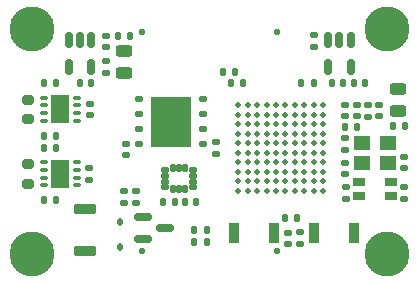
<source format=gts>
%TF.GenerationSoftware,KiCad,Pcbnew,8.0.7*%
%TF.CreationDate,2025-08-30T11:06:05-07:00*%
%TF.ProjectId,Pivot_Core,5069766f-745f-4436-9f72-652e6b696361,rev?*%
%TF.SameCoordinates,Original*%
%TF.FileFunction,Soldermask,Top*%
%TF.FilePolarity,Negative*%
%FSLAX46Y46*%
G04 Gerber Fmt 4.6, Leading zero omitted, Abs format (unit mm)*
G04 Created by KiCad (PCBNEW 8.0.7) date 2025-08-30 11:06:05*
%MOMM*%
%LPD*%
G01*
G04 APERTURE LIST*
G04 Aperture macros list*
%AMRoundRect*
0 Rectangle with rounded corners*
0 $1 Rounding radius*
0 $2 $3 $4 $5 $6 $7 $8 $9 X,Y pos of 4 corners*
0 Add a 4 corners polygon primitive as box body*
4,1,4,$2,$3,$4,$5,$6,$7,$8,$9,$2,$3,0*
0 Add four circle primitives for the rounded corners*
1,1,$1+$1,$2,$3*
1,1,$1+$1,$4,$5*
1,1,$1+$1,$6,$7*
1,1,$1+$1,$8,$9*
0 Add four rect primitives between the rounded corners*
20,1,$1+$1,$2,$3,$4,$5,0*
20,1,$1+$1,$4,$5,$6,$7,0*
20,1,$1+$1,$6,$7,$8,$9,0*
20,1,$1+$1,$8,$9,$2,$3,0*%
G04 Aperture macros list end*
%ADD10RoundRect,0.140000X0.140000X0.170000X-0.140000X0.170000X-0.140000X-0.170000X0.140000X-0.170000X0*%
%ADD11RoundRect,0.135000X-0.185000X0.135000X-0.185000X-0.135000X0.185000X-0.135000X0.185000X0.135000X0*%
%ADD12R,1.050000X0.800000*%
%ADD13RoundRect,0.140000X0.170000X-0.140000X0.170000X0.140000X-0.170000X0.140000X-0.170000X-0.140000X0*%
%ADD14C,0.470000*%
%ADD15C,3.800000*%
%ADD16RoundRect,0.150000X-0.587500X-0.150000X0.587500X-0.150000X0.587500X0.150000X-0.587500X0.150000X0*%
%ADD17RoundRect,0.140000X-0.170000X0.140000X-0.170000X-0.140000X0.170000X-0.140000X0.170000X0.140000X0*%
%ADD18RoundRect,0.125000X0.250000X0.125000X-0.250000X0.125000X-0.250000X-0.125000X0.250000X-0.125000X0*%
%ADD19R,3.400000X4.300000*%
%ADD20RoundRect,0.135000X0.135000X0.185000X-0.135000X0.185000X-0.135000X-0.185000X0.135000X-0.185000X0*%
%ADD21RoundRect,0.135000X-0.135000X-0.185000X0.135000X-0.185000X0.135000X0.185000X-0.135000X0.185000X0*%
%ADD22R,1.400000X1.200000*%
%ADD23RoundRect,0.140000X-0.140000X-0.170000X0.140000X-0.170000X0.140000X0.170000X-0.140000X0.170000X0*%
%ADD24RoundRect,0.135000X0.185000X-0.135000X0.185000X0.135000X-0.185000X0.135000X-0.185000X-0.135000X0*%
%ADD25R,0.900000X1.700000*%
%ADD26RoundRect,0.243750X0.456250X-0.243750X0.456250X0.243750X-0.456250X0.243750X-0.456250X-0.243750X0*%
%ADD27RoundRect,0.200000X0.275000X-0.200000X0.275000X0.200000X-0.275000X0.200000X-0.275000X-0.200000X0*%
%ADD28RoundRect,0.150000X-0.150000X0.512500X-0.150000X-0.512500X0.150000X-0.512500X0.150000X0.512500X0*%
%ADD29RoundRect,0.075000X0.225000X0.075000X-0.225000X0.075000X-0.225000X-0.075000X0.225000X-0.075000X0*%
%ADD30RoundRect,0.080000X0.720000X1.120000X-0.720000X1.120000X-0.720000X-1.120000X0.720000X-1.120000X0*%
%ADD31RoundRect,0.112500X-0.112500X0.187500X-0.112500X-0.187500X0.112500X-0.187500X0.112500X0.187500X0*%
%ADD32RoundRect,0.090000X0.810000X-0.360000X0.810000X0.360000X-0.810000X0.360000X-0.810000X-0.360000X0*%
%ADD33RoundRect,0.102000X-0.237500X-0.125000X0.237500X-0.125000X0.237500X0.125000X-0.237500X0.125000X0*%
%ADD34RoundRect,0.102000X-0.125000X-0.237500X0.125000X-0.237500X0.125000X0.237500X-0.125000X0.237500X0*%
%ADD35RoundRect,0.243750X-0.456250X0.243750X-0.456250X-0.243750X0.456250X-0.243750X0.456250X0.243750X0*%
%ADD36C,0.550000*%
G04 APERTURE END LIST*
D10*
%TO.C,C7*%
X158825000Y-85050000D03*
X157865000Y-85050000D03*
%TD*%
D11*
%TO.C,R12*%
X148050000Y-90070000D03*
X148050000Y-91090000D03*
%TD*%
D12*
%TO.C,Y2*%
X162830000Y-93410000D03*
X160180000Y-93410000D03*
X160180000Y-94610000D03*
X162830000Y-94610000D03*
%TD*%
D13*
%TO.C,C11*%
X154120000Y-98680000D03*
X154120000Y-97720000D03*
%TD*%
D14*
%TO.C,U1*%
X157120000Y-94140000D03*
X156320000Y-94140000D03*
X155520000Y-94140000D03*
X154720000Y-94140000D03*
X153920000Y-94140000D03*
X153120000Y-94140000D03*
X152320000Y-94140000D03*
X151520000Y-94140000D03*
X150720000Y-94140000D03*
X149920000Y-94140000D03*
X157120000Y-93340000D03*
X156320000Y-93340000D03*
X155520000Y-93340000D03*
X154720000Y-93340000D03*
X153920000Y-93340000D03*
X153120000Y-93340000D03*
X152320000Y-93340000D03*
X151520000Y-93340000D03*
X150720000Y-93340000D03*
X149920000Y-93340000D03*
X157120000Y-92540000D03*
X156320000Y-92540000D03*
X155520000Y-92540000D03*
X154720000Y-92540000D03*
X153920000Y-92540000D03*
X153120000Y-92540000D03*
X152320000Y-92540000D03*
X151520000Y-92540000D03*
X150720000Y-92540000D03*
X149920000Y-92540000D03*
X157120000Y-91740000D03*
X156320000Y-91740000D03*
X155520000Y-91740000D03*
X154720000Y-91740000D03*
X153920000Y-91740000D03*
X153120000Y-91740000D03*
X152320000Y-91740000D03*
X151520000Y-91740000D03*
X150720000Y-91740000D03*
X149920000Y-91740000D03*
X157120000Y-90940000D03*
X156320000Y-90940000D03*
X155520000Y-90940000D03*
X154720000Y-90940000D03*
X153920000Y-90940000D03*
X153120000Y-90940000D03*
X152320000Y-90940000D03*
X151520000Y-90940000D03*
X150720000Y-90940000D03*
X149920000Y-90940000D03*
X157120000Y-90140000D03*
X156320000Y-90140000D03*
X155520000Y-90140000D03*
X154720000Y-90140000D03*
X153920000Y-90140000D03*
X153120000Y-90140000D03*
X152320000Y-90140000D03*
X151520000Y-90140000D03*
X150720000Y-90140000D03*
X149920000Y-90140000D03*
X157120000Y-89340000D03*
X156320000Y-89340000D03*
X155520000Y-89340000D03*
X154720000Y-89340000D03*
X153920000Y-89340000D03*
X153120000Y-89340000D03*
X152320000Y-89340000D03*
X151520000Y-89340000D03*
X150720000Y-89340000D03*
X149920000Y-89340000D03*
X157120000Y-88540000D03*
X156320000Y-88540000D03*
X155520000Y-88540000D03*
X154720000Y-88540000D03*
X153920000Y-88540000D03*
X153120000Y-88540000D03*
X152320000Y-88540000D03*
X151520000Y-88540000D03*
X150720000Y-88540000D03*
X149920000Y-88540000D03*
X157120000Y-87740000D03*
X156320000Y-87740000D03*
X155520000Y-87740000D03*
X154720000Y-87740000D03*
X153920000Y-87740000D03*
X153120000Y-87740000D03*
X152320000Y-87740000D03*
X151520000Y-87740000D03*
X150720000Y-87740000D03*
X149920000Y-87740000D03*
X157120000Y-86940000D03*
X156320000Y-86940000D03*
X155520000Y-86940000D03*
X154720000Y-86940000D03*
X153920000Y-86940000D03*
X153120000Y-86940000D03*
X152320000Y-86940000D03*
X151520000Y-86940000D03*
X150720000Y-86940000D03*
X149920000Y-86940000D03*
%TD*%
D15*
%TO.C,H1*%
X132500000Y-80500000D03*
%TD*%
D13*
%TO.C,C14*%
X164000000Y-94830000D03*
X164000000Y-93870000D03*
%TD*%
D16*
%TO.C,Q1*%
X141872500Y-96383274D03*
X141872500Y-98283274D03*
X143747500Y-97333274D03*
%TD*%
D17*
%TO.C,C17*%
X138750000Y-81042500D03*
X138750000Y-82002500D03*
%TD*%
D18*
%TO.C,U2*%
X146930000Y-90210000D03*
X146930000Y-88940000D03*
X146930000Y-87670000D03*
X146930000Y-86400000D03*
D19*
X144230000Y-88305000D03*
D18*
X141530000Y-86400000D03*
X141530000Y-87670000D03*
X141530000Y-88940000D03*
X141530000Y-90210000D03*
%TD*%
D13*
%TO.C,C12*%
X163990000Y-92240000D03*
X163990000Y-91280000D03*
%TD*%
D20*
%TO.C,R13*%
X149630000Y-84070000D03*
X148610000Y-84070000D03*
%TD*%
D21*
%TO.C,R9*%
X153890000Y-96500000D03*
X154910000Y-96500000D03*
%TD*%
D15*
%TO.C,H2*%
X132500000Y-99500000D03*
%TD*%
D17*
%TO.C,C1*%
X140420000Y-90210000D03*
X140420000Y-91170000D03*
%TD*%
D22*
%TO.C,Y1*%
X162600000Y-90120000D03*
X160400000Y-90120000D03*
X160400000Y-91820000D03*
X162600000Y-91820000D03*
%TD*%
D23*
%TO.C,C5*%
X133520000Y-90505000D03*
X134480000Y-90505000D03*
%TD*%
D24*
%TO.C,R3*%
X140290000Y-95220000D03*
X140290000Y-94200000D03*
%TD*%
D17*
%TO.C,C9*%
X137340000Y-86785089D03*
X137340000Y-87745089D03*
%TD*%
D20*
%TO.C,R5*%
X159970000Y-88780000D03*
X158950000Y-88780000D03*
%TD*%
D25*
%TO.C,SW2(B3U-1000)1*%
X156300000Y-97770000D03*
X159700000Y-97770000D03*
%TD*%
D26*
%TO.C,D1*%
X163460000Y-87437500D03*
X163460000Y-85562500D03*
%TD*%
D23*
%TO.C,C16*%
X159700000Y-85050000D03*
X160660000Y-85050000D03*
%TD*%
D11*
%TO.C,FB1*%
X160900000Y-86890000D03*
X160900000Y-87910000D03*
%TD*%
D13*
%TO.C,C13*%
X159000000Y-92780000D03*
X159000000Y-91820000D03*
%TD*%
D17*
%TO.C,C33*%
X159950000Y-86900000D03*
X159950000Y-87860000D03*
%TD*%
D20*
%TO.C,R1*%
X164010000Y-88710000D03*
X162990000Y-88710000D03*
%TD*%
D21*
%TO.C,R2*%
X139780000Y-81080000D03*
X140800000Y-81080000D03*
%TD*%
%TO.C,R8*%
X133470000Y-94955000D03*
X134490000Y-94955000D03*
%TD*%
D27*
%TO.C,R7*%
X132110000Y-88097589D03*
X132110000Y-86447589D03*
%TD*%
D15*
%TO.C,H4*%
X162500000Y-99500000D03*
%TD*%
D10*
%TO.C,C2*%
X146370000Y-95092500D03*
X145410000Y-95092500D03*
%TD*%
D21*
%TO.C,R16*%
X146220000Y-98480000D03*
X147240000Y-98480000D03*
%TD*%
D28*
%TO.C,U9*%
X137487500Y-81400000D03*
X136537500Y-81400000D03*
X135587500Y-81400000D03*
X135587500Y-83675000D03*
X137487500Y-83675000D03*
%TD*%
D29*
%TO.C,U7*%
X136270000Y-93705000D03*
X136270000Y-93055000D03*
D30*
X134870000Y-92730000D03*
D29*
X136270000Y-92405000D03*
X136270000Y-91755000D03*
X133470000Y-91755000D03*
X133470000Y-92405000D03*
X133470000Y-93055000D03*
X133470000Y-93705000D03*
%TD*%
D28*
%TO.C,U8*%
X159440000Y-81395000D03*
X158490000Y-81395000D03*
X157540000Y-81395000D03*
X157540000Y-83670000D03*
X159440000Y-83670000D03*
%TD*%
D20*
%TO.C,TH1*%
X156298949Y-85060000D03*
X155278949Y-85060000D03*
%TD*%
D31*
%TO.C,D3*%
X139920000Y-96830000D03*
X139920000Y-98930000D03*
%TD*%
D17*
%TO.C,C32*%
X159000000Y-86900000D03*
X159000000Y-87860000D03*
%TD*%
D23*
%TO.C,C10*%
X133520000Y-85055089D03*
X134480000Y-85055089D03*
%TD*%
D32*
%TO.C,BZ1*%
X136940000Y-95727500D03*
X136940000Y-99227500D03*
%TD*%
D33*
%TO.C,U3*%
X143737500Y-92380000D03*
X143737500Y-92880000D03*
X143737500Y-93380000D03*
X143737500Y-93880000D03*
D34*
X144400000Y-94042500D03*
X144900000Y-94042500D03*
X145400000Y-94042500D03*
D33*
X146062500Y-93880000D03*
X146062500Y-93380000D03*
X146062500Y-92880000D03*
X146062500Y-92380000D03*
D34*
X145400000Y-92217500D03*
X144900000Y-92217500D03*
X144400000Y-92217500D03*
%TD*%
D17*
%TO.C,C6*%
X156330000Y-81010000D03*
X156330000Y-81970000D03*
%TD*%
D25*
%TO.C,SW1(B3U-1000)1*%
X152990000Y-97750000D03*
X149590000Y-97750000D03*
%TD*%
D27*
%TO.C,R11*%
X132110000Y-93567500D03*
X132110000Y-91917500D03*
%TD*%
D23*
%TO.C,C3*%
X143580000Y-95092500D03*
X144540000Y-95092500D03*
%TD*%
D17*
%TO.C,C15*%
X159020000Y-93870000D03*
X159020000Y-94830000D03*
%TD*%
D21*
%TO.C,R15*%
X149310000Y-85040000D03*
X150330000Y-85040000D03*
%TD*%
D29*
%TO.C,U5*%
X136270000Y-88235089D03*
X136270000Y-87585089D03*
D30*
X134870000Y-87260089D03*
D29*
X136270000Y-86935089D03*
X136270000Y-86285089D03*
X133470000Y-86285089D03*
X133470000Y-86935089D03*
X133470000Y-87585089D03*
X133470000Y-88235089D03*
%TD*%
D20*
%TO.C,R14*%
X147240000Y-97520000D03*
X146220000Y-97520000D03*
%TD*%
D35*
%TO.C,D2*%
X140280000Y-82340000D03*
X140280000Y-84215000D03*
%TD*%
D21*
%TO.C,R6*%
X133470000Y-89485089D03*
X134490000Y-89485089D03*
%TD*%
D13*
%TO.C,C18*%
X138700000Y-84160000D03*
X138700000Y-83200000D03*
%TD*%
D17*
%TO.C,C4*%
X137330000Y-92250000D03*
X137330000Y-93210000D03*
%TD*%
D15*
%TO.C,H3*%
X162500000Y-80500000D03*
%TD*%
D24*
%TO.C,R10*%
X155150000Y-98710000D03*
X155150000Y-97690000D03*
%TD*%
D10*
%TO.C,C19*%
X137490000Y-85050000D03*
X136530000Y-85050000D03*
%TD*%
D24*
%TO.C,R4*%
X141240000Y-95220000D03*
X141240000Y-94200000D03*
%TD*%
D17*
%TO.C,C8*%
X159000000Y-89720000D03*
X159000000Y-90680000D03*
%TD*%
D13*
%TO.C,C34*%
X161850000Y-87860000D03*
X161850000Y-86900000D03*
%TD*%
D36*
%TO.C,J2*%
X153200000Y-99250000D03*
X141800000Y-99250000D03*
%TD*%
%TO.C,J1*%
X141800000Y-80750000D03*
X153200000Y-80750000D03*
%TD*%
M02*

</source>
